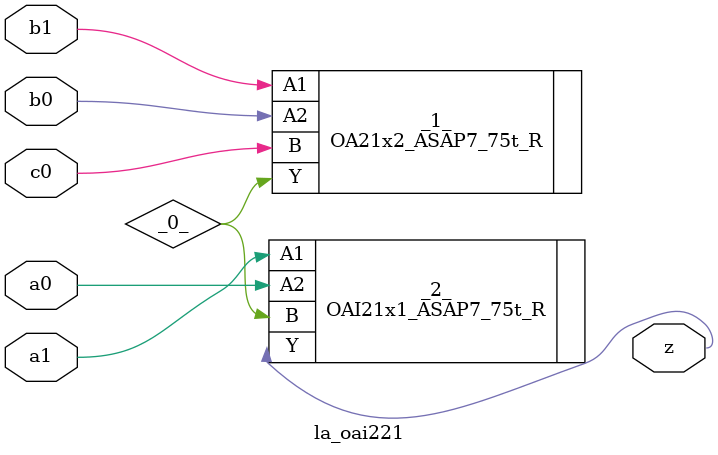
<source format=v>

/* Generated by Yosys 0.44 (git sha1 80ba43d26, g++ 11.4.0-1ubuntu1~22.04 -fPIC -O3) */

(* top =  1  *)
(* src = "generated" *)
module la_oai221 (
    a0,
    a1,
    b0,
    b1,
    c0,
    z
);
  wire _0_;
  (* src = "generated" *)
  input a0;
  wire a0;
  (* src = "generated" *)
  input a1;
  wire a1;
  (* src = "generated" *)
  input b0;
  wire b0;
  (* src = "generated" *)
  input b1;
  wire b1;
  (* src = "generated" *)
  input c0;
  wire c0;
  (* src = "generated" *)
  output z;
  wire z;
  OA21x2_ASAP7_75t_R _1_ (
      .A1(b1),
      .A2(b0),
      .B (c0),
      .Y (_0_)
  );
  OAI21x1_ASAP7_75t_R _2_ (
      .A1(a1),
      .A2(a0),
      .B (_0_),
      .Y (z)
  );
endmodule

</source>
